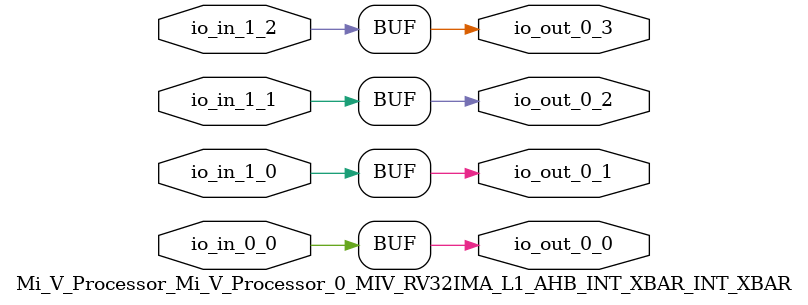
<source format=v>
`define RANDOMIZE
`timescale 1ns/10ps
module Mi_V_Processor_Mi_V_Processor_0_MIV_RV32IMA_L1_AHB_INT_XBAR_INT_XBAR(
  input   io_in_1_0,
  input   io_in_1_1,
  input   io_in_1_2,
  input   io_in_0_0,
  output  io_out_0_0,
  output  io_out_0_1,
  output  io_out_0_2,
  output  io_out_0_3
);
  assign io_out_0_0 = io_in_0_0;
  assign io_out_0_1 = io_in_1_0;
  assign io_out_0_2 = io_in_1_1;
  assign io_out_0_3 = io_in_1_2;
endmodule

</source>
